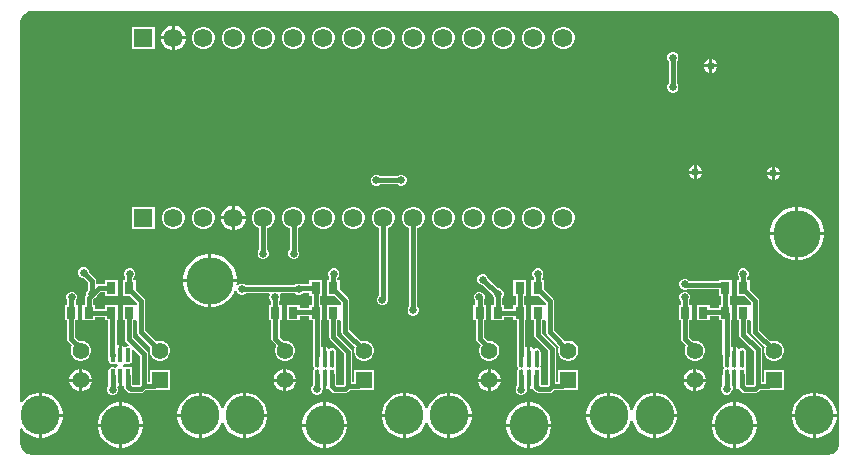
<source format=gbr>
%TF.GenerationSoftware,Altium Limited,Altium Designer,25.6.2 (33)*%
G04 Layer_Physical_Order=2*
G04 Layer_Color=16711680*
%FSLAX45Y45*%
%MOMM*%
%TF.SameCoordinates,85768DE1-254B-4F2A-BBB9-FB77CA5A1332*%
%TF.FilePolarity,Positive*%
%TF.FileFunction,Copper,L2,Bot,Signal*%
%TF.Part,Single*%
G01*
G75*
%TA.AperFunction,Conductor*%
%ADD13C,0.38100*%
%TA.AperFunction,ComponentPad*%
%ADD14C,1.59000*%
%TA.AperFunction,ViaPad*%
%ADD15C,4.00000*%
%TA.AperFunction,ComponentPad*%
%ADD16C,1.39800*%
%ADD17C,3.30600*%
%ADD18R,1.59000X1.59000*%
%ADD19R,1.39800X1.39800*%
%TA.AperFunction,ViaPad*%
%ADD20C,0.63500*%
%TA.AperFunction,SMDPad,CuDef*%
%ADD21R,0.80000X1.00000*%
G04:AMPARAMS|DCode=22|XSize=1.46387mm|YSize=0.37583mm|CornerRadius=0.18791mm|HoleSize=0mm|Usage=FLASHONLY|Rotation=90.000|XOffset=0mm|YOffset=0mm|HoleType=Round|Shape=RoundedRectangle|*
%AMROUNDEDRECTD22*
21,1,1.46387,0.00000,0,0,90.0*
21,1,1.08804,0.37583,0,0,90.0*
1,1,0.37583,0.00000,0.54402*
1,1,0.37583,0.00000,-0.54402*
1,1,0.37583,0.00000,-0.54402*
1,1,0.37583,0.00000,0.54402*
%
%ADD22ROUNDEDRECTD22*%
G04:AMPARAMS|DCode=23|XSize=1.2mm|YSize=0.37583mm|CornerRadius=0.18791mm|HoleSize=0mm|Usage=FLASHONLY|Rotation=90.000|XOffset=0mm|YOffset=0mm|HoleType=Round|Shape=RoundedRectangle|*
%AMROUNDEDRECTD23*
21,1,1.20000,0.00000,0,0,90.0*
21,1,0.82417,0.37583,0,0,90.0*
1,1,0.37583,0.00000,0.41209*
1,1,0.37583,0.00000,-0.41209*
1,1,0.37583,0.00000,-0.41209*
1,1,0.37583,0.00000,0.41209*
%
%ADD23ROUNDEDRECTD23*%
%ADD24R,0.37583X1.46387*%
G04:AMPARAMS|DCode=25|XSize=1.2mm|YSize=0.37mm|CornerRadius=0.185mm|HoleSize=0mm|Usage=FLASHONLY|Rotation=90.000|XOffset=0mm|YOffset=0mm|HoleType=Round|Shape=RoundedRectangle|*
%AMROUNDEDRECTD25*
21,1,1.20000,0.00000,0,0,90.0*
21,1,0.83000,0.37000,0,0,90.0*
1,1,0.37000,0.00000,0.41500*
1,1,0.37000,0.00000,-0.41500*
1,1,0.37000,0.00000,-0.41500*
1,1,0.37000,0.00000,0.41500*
%
%ADD25ROUNDEDRECTD25*%
%ADD26R,0.37583X1.20000*%
G36*
X6858000Y3784103D02*
X6867958D01*
X6887491Y3780218D01*
X6905891Y3772596D01*
X6922449Y3761532D01*
X6936532Y3747449D01*
X6947596Y3730890D01*
X6955218Y3712491D01*
X6959103Y3692957D01*
X6959103Y3683000D01*
X6959103Y127000D01*
X6959103Y117042D01*
X6955218Y97510D01*
X6947596Y79109D01*
X6936532Y62550D01*
X6922449Y48467D01*
X6905891Y37403D01*
X6887491Y29782D01*
X6867958Y25896D01*
X117042D01*
X97509Y29782D01*
X79109Y37403D01*
X62550Y48468D01*
X48467Y62550D01*
X37403Y79109D01*
X29781Y97509D01*
X25896Y117042D01*
Y246459D01*
X38049Y250146D01*
X45874Y238436D01*
X72436Y211874D01*
X103670Y191004D01*
X138375Y176629D01*
X175218Y169300D01*
X181300D01*
Y360000D01*
Y550700D01*
X175218D01*
X138375Y543372D01*
X103670Y528996D01*
X72436Y508126D01*
X45874Y481564D01*
X38049Y469854D01*
X25896Y473541D01*
X25896Y1651000D01*
X25892Y3682995D01*
X25892Y3692953D01*
X29777Y3712487D01*
X37399Y3730887D01*
X48464Y3747448D01*
X62547Y3761531D01*
X79108Y3772596D01*
X97507Y3780218D01*
X117042Y3784103D01*
X127001Y3784104D01*
X6858000Y3784103D01*
D02*
G37*
%LPC*%
G36*
X1334610Y3660900D02*
X1333500D01*
Y3568700D01*
X1425700D01*
Y3569810D01*
X1418551Y3596490D01*
X1404741Y3620410D01*
X1385210Y3639941D01*
X1361290Y3653751D01*
X1334610Y3660900D01*
D02*
G37*
G36*
X1308100D02*
X1306990D01*
X1280310Y3653751D01*
X1256390Y3639941D01*
X1236859Y3620410D01*
X1223049Y3596490D01*
X1215900Y3569810D01*
Y3568700D01*
X1308100D01*
Y3660900D01*
D02*
G37*
G36*
X4635241Y3650500D02*
X4610359D01*
X4586324Y3644060D01*
X4564776Y3631619D01*
X4547181Y3614024D01*
X4534740Y3592476D01*
X4528300Y3568441D01*
Y3543559D01*
X4534740Y3519524D01*
X4547181Y3497976D01*
X4564776Y3480381D01*
X4586324Y3467940D01*
X4610359Y3461500D01*
X4635241D01*
X4659276Y3467940D01*
X4680824Y3480381D01*
X4698419Y3497976D01*
X4710860Y3519524D01*
X4717300Y3543559D01*
Y3568441D01*
X4710860Y3592476D01*
X4698419Y3614024D01*
X4680824Y3631619D01*
X4659276Y3644060D01*
X4635241Y3650500D01*
D02*
G37*
G36*
X4381241D02*
X4356359D01*
X4332324Y3644060D01*
X4310776Y3631619D01*
X4293181Y3614024D01*
X4280740Y3592476D01*
X4274300Y3568441D01*
Y3543559D01*
X4280740Y3519524D01*
X4293181Y3497976D01*
X4310776Y3480381D01*
X4332324Y3467940D01*
X4356359Y3461500D01*
X4381241D01*
X4405276Y3467940D01*
X4426824Y3480381D01*
X4444419Y3497976D01*
X4456860Y3519524D01*
X4463300Y3543559D01*
Y3568441D01*
X4456860Y3592476D01*
X4444419Y3614024D01*
X4426824Y3631619D01*
X4405276Y3644060D01*
X4381241Y3650500D01*
D02*
G37*
G36*
X4127241D02*
X4102359D01*
X4078324Y3644060D01*
X4056776Y3631619D01*
X4039181Y3614024D01*
X4026740Y3592476D01*
X4020300Y3568441D01*
Y3543559D01*
X4026740Y3519524D01*
X4039181Y3497976D01*
X4056776Y3480381D01*
X4078324Y3467940D01*
X4102359Y3461500D01*
X4127241D01*
X4151276Y3467940D01*
X4172824Y3480381D01*
X4190419Y3497976D01*
X4202860Y3519524D01*
X4209300Y3543559D01*
Y3568441D01*
X4202860Y3592476D01*
X4190419Y3614024D01*
X4172824Y3631619D01*
X4151276Y3644060D01*
X4127241Y3650500D01*
D02*
G37*
G36*
X3873241D02*
X3848359D01*
X3824324Y3644060D01*
X3802776Y3631619D01*
X3785181Y3614024D01*
X3772740Y3592476D01*
X3766300Y3568441D01*
Y3543559D01*
X3772740Y3519524D01*
X3785181Y3497976D01*
X3802776Y3480381D01*
X3824324Y3467940D01*
X3848359Y3461500D01*
X3873241D01*
X3897276Y3467940D01*
X3918824Y3480381D01*
X3936419Y3497976D01*
X3948860Y3519524D01*
X3955300Y3543559D01*
Y3568441D01*
X3948860Y3592476D01*
X3936419Y3614024D01*
X3918824Y3631619D01*
X3897276Y3644060D01*
X3873241Y3650500D01*
D02*
G37*
G36*
X3619241D02*
X3594359D01*
X3570324Y3644060D01*
X3548776Y3631619D01*
X3531181Y3614024D01*
X3518740Y3592476D01*
X3512300Y3568441D01*
Y3543559D01*
X3518740Y3519524D01*
X3531181Y3497976D01*
X3548776Y3480381D01*
X3570324Y3467940D01*
X3594359Y3461500D01*
X3619241D01*
X3643276Y3467940D01*
X3664824Y3480381D01*
X3682419Y3497976D01*
X3694860Y3519524D01*
X3701300Y3543559D01*
Y3568441D01*
X3694860Y3592476D01*
X3682419Y3614024D01*
X3664824Y3631619D01*
X3643276Y3644060D01*
X3619241Y3650500D01*
D02*
G37*
G36*
X3365241D02*
X3340359D01*
X3316324Y3644060D01*
X3294776Y3631619D01*
X3277181Y3614024D01*
X3264740Y3592476D01*
X3258300Y3568441D01*
Y3543559D01*
X3264740Y3519524D01*
X3277181Y3497976D01*
X3294776Y3480381D01*
X3316324Y3467940D01*
X3340359Y3461500D01*
X3365241D01*
X3389276Y3467940D01*
X3410824Y3480381D01*
X3428419Y3497976D01*
X3440860Y3519524D01*
X3447300Y3543559D01*
Y3568441D01*
X3440860Y3592476D01*
X3428419Y3614024D01*
X3410824Y3631619D01*
X3389276Y3644060D01*
X3365241Y3650500D01*
D02*
G37*
G36*
X3111241D02*
X3086359D01*
X3062324Y3644060D01*
X3040776Y3631619D01*
X3023181Y3614024D01*
X3010740Y3592476D01*
X3004300Y3568441D01*
Y3543559D01*
X3010740Y3519524D01*
X3023181Y3497976D01*
X3040776Y3480381D01*
X3062324Y3467940D01*
X3086359Y3461500D01*
X3111241D01*
X3135276Y3467940D01*
X3156824Y3480381D01*
X3174419Y3497976D01*
X3186860Y3519524D01*
X3193300Y3543559D01*
Y3568441D01*
X3186860Y3592476D01*
X3174419Y3614024D01*
X3156824Y3631619D01*
X3135276Y3644060D01*
X3111241Y3650500D01*
D02*
G37*
G36*
X2857241D02*
X2832359D01*
X2808324Y3644060D01*
X2786776Y3631619D01*
X2769181Y3614024D01*
X2756740Y3592476D01*
X2750300Y3568441D01*
Y3543559D01*
X2756740Y3519524D01*
X2769181Y3497976D01*
X2786776Y3480381D01*
X2808324Y3467940D01*
X2832359Y3461500D01*
X2857241D01*
X2881276Y3467940D01*
X2902824Y3480381D01*
X2920419Y3497976D01*
X2932860Y3519524D01*
X2939300Y3543559D01*
Y3568441D01*
X2932860Y3592476D01*
X2920419Y3614024D01*
X2902824Y3631619D01*
X2881276Y3644060D01*
X2857241Y3650500D01*
D02*
G37*
G36*
X2603241D02*
X2578359D01*
X2554324Y3644060D01*
X2532776Y3631619D01*
X2515181Y3614024D01*
X2502740Y3592476D01*
X2496300Y3568441D01*
Y3543559D01*
X2502740Y3519524D01*
X2515181Y3497976D01*
X2532776Y3480381D01*
X2554324Y3467940D01*
X2578359Y3461500D01*
X2603241D01*
X2627276Y3467940D01*
X2648824Y3480381D01*
X2666419Y3497976D01*
X2678860Y3519524D01*
X2685300Y3543559D01*
Y3568441D01*
X2678860Y3592476D01*
X2666419Y3614024D01*
X2648824Y3631619D01*
X2627276Y3644060D01*
X2603241Y3650500D01*
D02*
G37*
G36*
X2349241D02*
X2324359D01*
X2300324Y3644060D01*
X2278776Y3631619D01*
X2261181Y3614024D01*
X2248740Y3592476D01*
X2242300Y3568441D01*
Y3543559D01*
X2248740Y3519524D01*
X2261181Y3497976D01*
X2278776Y3480381D01*
X2300324Y3467940D01*
X2324359Y3461500D01*
X2349241D01*
X2373276Y3467940D01*
X2394824Y3480381D01*
X2412419Y3497976D01*
X2424860Y3519524D01*
X2431300Y3543559D01*
Y3568441D01*
X2424860Y3592476D01*
X2412419Y3614024D01*
X2394824Y3631619D01*
X2373276Y3644060D01*
X2349241Y3650500D01*
D02*
G37*
G36*
X2095241D02*
X2070359D01*
X2046324Y3644060D01*
X2024776Y3631619D01*
X2007181Y3614024D01*
X1994740Y3592476D01*
X1988300Y3568441D01*
Y3543559D01*
X1994740Y3519524D01*
X2007181Y3497976D01*
X2024776Y3480381D01*
X2046324Y3467940D01*
X2070359Y3461500D01*
X2095241D01*
X2119276Y3467940D01*
X2140824Y3480381D01*
X2158419Y3497976D01*
X2170860Y3519524D01*
X2177300Y3543559D01*
Y3568441D01*
X2170860Y3592476D01*
X2158419Y3614024D01*
X2140824Y3631619D01*
X2119276Y3644060D01*
X2095241Y3650500D01*
D02*
G37*
G36*
X1841241D02*
X1816359D01*
X1792324Y3644060D01*
X1770776Y3631619D01*
X1753181Y3614024D01*
X1740740Y3592476D01*
X1734300Y3568441D01*
Y3543559D01*
X1740740Y3519524D01*
X1753181Y3497976D01*
X1770776Y3480381D01*
X1792324Y3467940D01*
X1816359Y3461500D01*
X1841241D01*
X1865276Y3467940D01*
X1886824Y3480381D01*
X1904419Y3497976D01*
X1916860Y3519524D01*
X1923300Y3543559D01*
Y3568441D01*
X1916860Y3592476D01*
X1904419Y3614024D01*
X1886824Y3631619D01*
X1865276Y3644060D01*
X1841241Y3650500D01*
D02*
G37*
G36*
X1587241D02*
X1562359D01*
X1538324Y3644060D01*
X1516776Y3631619D01*
X1499181Y3614024D01*
X1486740Y3592476D01*
X1480300Y3568441D01*
Y3543559D01*
X1486740Y3519524D01*
X1499181Y3497976D01*
X1516776Y3480381D01*
X1538324Y3467940D01*
X1562359Y3461500D01*
X1587241D01*
X1611276Y3467940D01*
X1632824Y3480381D01*
X1650419Y3497976D01*
X1662860Y3519524D01*
X1669300Y3543559D01*
Y3568441D01*
X1662860Y3592476D01*
X1650419Y3614024D01*
X1632824Y3631619D01*
X1611276Y3644060D01*
X1587241Y3650500D01*
D02*
G37*
G36*
X1161300D02*
X972300D01*
Y3461500D01*
X1161300D01*
Y3650500D01*
D02*
G37*
G36*
X1425700Y3543300D02*
X1333500D01*
Y3451100D01*
X1334610D01*
X1361290Y3458249D01*
X1385210Y3472059D01*
X1404741Y3491590D01*
X1418551Y3515510D01*
X1425700Y3542190D01*
Y3543300D01*
D02*
G37*
G36*
X1308100D02*
X1215900D01*
Y3542190D01*
X1223049Y3515510D01*
X1236859Y3491590D01*
X1256390Y3472059D01*
X1280310Y3458249D01*
X1306990Y3451100D01*
X1308100D01*
Y3543300D01*
D02*
G37*
G36*
X5882700Y3376598D02*
Y3332700D01*
X5926598D01*
X5918449Y3352373D01*
X5902373Y3368449D01*
X5882700Y3376598D01*
D02*
G37*
G36*
X5857300D02*
X5837627Y3368449D01*
X5821550Y3352373D01*
X5813402Y3332700D01*
X5857300D01*
Y3376598D01*
D02*
G37*
G36*
X5926598Y3307300D02*
X5882700D01*
Y3263402D01*
X5902373Y3271550D01*
X5918449Y3287627D01*
X5926598Y3307300D01*
D02*
G37*
G36*
X5857300D02*
X5813402D01*
X5821550Y3287627D01*
X5837627Y3271550D01*
X5857300Y3263402D01*
Y3307300D01*
D02*
G37*
G36*
X5559299Y3436750D02*
X5540701D01*
X5523518Y3429633D01*
X5510367Y3416482D01*
X5503250Y3399299D01*
Y3380701D01*
X5510367Y3363518D01*
X5515283Y3358603D01*
Y3171398D01*
X5510367Y3166482D01*
X5503250Y3149299D01*
Y3130701D01*
X5510367Y3113518D01*
X5523518Y3100367D01*
X5540701Y3093250D01*
X5559299D01*
X5576482Y3100367D01*
X5589633Y3113518D01*
X5596750Y3130701D01*
Y3149299D01*
X5589633Y3166482D01*
X5584717Y3171398D01*
Y3358603D01*
X5589633Y3363518D01*
X5596750Y3380701D01*
Y3399299D01*
X5589633Y3416482D01*
X5576482Y3429633D01*
X5559299Y3436750D01*
D02*
G37*
G36*
X5752700Y2476598D02*
Y2432700D01*
X5796598D01*
X5788449Y2452373D01*
X5772373Y2468449D01*
X5752700Y2476598D01*
D02*
G37*
G36*
X5727300D02*
X5707627Y2468449D01*
X5691550Y2452373D01*
X5683402Y2432700D01*
X5727300D01*
Y2476598D01*
D02*
G37*
G36*
X6412700Y2466598D02*
Y2422700D01*
X6456598D01*
X6448449Y2442373D01*
X6432373Y2458449D01*
X6412700Y2466598D01*
D02*
G37*
G36*
X6387300D02*
X6367627Y2458449D01*
X6351550Y2442373D01*
X6343402Y2422700D01*
X6387300D01*
Y2466598D01*
D02*
G37*
G36*
X3259299Y2396750D02*
X3240701D01*
X3223518Y2389633D01*
X3218603Y2384717D01*
X3071397D01*
X3066482Y2389633D01*
X3049299Y2396750D01*
X3030701D01*
X3013518Y2389633D01*
X3000367Y2376482D01*
X2993250Y2359299D01*
Y2340701D01*
X3000367Y2323518D01*
X3013518Y2310367D01*
X3030701Y2303250D01*
X3049299D01*
X3066482Y2310367D01*
X3071397Y2315283D01*
X3218603D01*
X3223518Y2310367D01*
X3240701Y2303250D01*
X3259299D01*
X3276482Y2310367D01*
X3289633Y2323518D01*
X3296750Y2340701D01*
Y2359299D01*
X3289633Y2376482D01*
X3276482Y2389633D01*
X3259299Y2396750D01*
D02*
G37*
G36*
X5796598Y2407300D02*
X5752700D01*
Y2363402D01*
X5772373Y2371551D01*
X5788449Y2387627D01*
X5796598Y2407300D01*
D02*
G37*
G36*
X5727300D02*
X5683402D01*
X5691550Y2387627D01*
X5707627Y2371551D01*
X5727300Y2363402D01*
Y2407300D01*
D02*
G37*
G36*
X6456598Y2397300D02*
X6412700D01*
Y2353402D01*
X6432373Y2361551D01*
X6448449Y2377627D01*
X6456598Y2397300D01*
D02*
G37*
G36*
X6387300D02*
X6343402D01*
X6351550Y2377627D01*
X6367627Y2361551D01*
X6387300Y2353402D01*
Y2397300D01*
D02*
G37*
G36*
X1842610Y2136900D02*
X1841500D01*
Y2044700D01*
X1933700D01*
Y2045810D01*
X1926551Y2072490D01*
X1912741Y2096410D01*
X1893210Y2115941D01*
X1869290Y2129751D01*
X1842610Y2136900D01*
D02*
G37*
G36*
X1816100D02*
X1814990D01*
X1788310Y2129751D01*
X1764390Y2115941D01*
X1744859Y2096410D01*
X1731049Y2072490D01*
X1723900Y2045810D01*
Y2044700D01*
X1816100D01*
Y2136900D01*
D02*
G37*
G36*
X4635241Y2126500D02*
X4610359D01*
X4586324Y2120060D01*
X4564776Y2107619D01*
X4547181Y2090024D01*
X4534740Y2068476D01*
X4528300Y2044441D01*
Y2019559D01*
X4534740Y1995524D01*
X4547181Y1973976D01*
X4564776Y1956381D01*
X4586324Y1943940D01*
X4610359Y1937500D01*
X4635241D01*
X4659276Y1943940D01*
X4680824Y1956381D01*
X4698419Y1973976D01*
X4710860Y1995524D01*
X4717300Y2019559D01*
Y2044441D01*
X4710860Y2068476D01*
X4698419Y2090024D01*
X4680824Y2107619D01*
X4659276Y2120060D01*
X4635241Y2126500D01*
D02*
G37*
G36*
X4381241D02*
X4356359D01*
X4332324Y2120060D01*
X4310776Y2107619D01*
X4293181Y2090024D01*
X4280740Y2068476D01*
X4274300Y2044441D01*
Y2019559D01*
X4280740Y1995524D01*
X4293181Y1973976D01*
X4310776Y1956381D01*
X4332324Y1943940D01*
X4356359Y1937500D01*
X4381241D01*
X4405276Y1943940D01*
X4426824Y1956381D01*
X4444419Y1973976D01*
X4456860Y1995524D01*
X4463300Y2019559D01*
Y2044441D01*
X4456860Y2068476D01*
X4444419Y2090024D01*
X4426824Y2107619D01*
X4405276Y2120060D01*
X4381241Y2126500D01*
D02*
G37*
G36*
X4127241D02*
X4102359D01*
X4078324Y2120060D01*
X4056776Y2107619D01*
X4039181Y2090024D01*
X4026740Y2068476D01*
X4020300Y2044441D01*
Y2019559D01*
X4026740Y1995524D01*
X4039181Y1973976D01*
X4056776Y1956381D01*
X4078324Y1943940D01*
X4102359Y1937500D01*
X4127241D01*
X4151276Y1943940D01*
X4172824Y1956381D01*
X4190419Y1973976D01*
X4202860Y1995524D01*
X4209300Y2019559D01*
Y2044441D01*
X4202860Y2068476D01*
X4190419Y2090024D01*
X4172824Y2107619D01*
X4151276Y2120060D01*
X4127241Y2126500D01*
D02*
G37*
G36*
X3873241D02*
X3848359D01*
X3824324Y2120060D01*
X3802776Y2107619D01*
X3785181Y2090024D01*
X3772740Y2068476D01*
X3766300Y2044441D01*
Y2019559D01*
X3772740Y1995524D01*
X3785181Y1973976D01*
X3802776Y1956381D01*
X3824324Y1943940D01*
X3848359Y1937500D01*
X3873241D01*
X3897276Y1943940D01*
X3918824Y1956381D01*
X3936419Y1973976D01*
X3948860Y1995524D01*
X3955300Y2019559D01*
Y2044441D01*
X3948860Y2068476D01*
X3936419Y2090024D01*
X3918824Y2107619D01*
X3897276Y2120060D01*
X3873241Y2126500D01*
D02*
G37*
G36*
X3619241D02*
X3594359D01*
X3570324Y2120060D01*
X3548776Y2107619D01*
X3531181Y2090024D01*
X3518740Y2068476D01*
X3512300Y2044441D01*
Y2019559D01*
X3518740Y1995524D01*
X3531181Y1973976D01*
X3548776Y1956381D01*
X3570324Y1943940D01*
X3594359Y1937500D01*
X3619241D01*
X3643276Y1943940D01*
X3664824Y1956381D01*
X3682419Y1973976D01*
X3694860Y1995524D01*
X3701300Y2019559D01*
Y2044441D01*
X3694860Y2068476D01*
X3682419Y2090024D01*
X3664824Y2107619D01*
X3643276Y2120060D01*
X3619241Y2126500D01*
D02*
G37*
G36*
X2857241D02*
X2832359D01*
X2808324Y2120060D01*
X2786776Y2107619D01*
X2769181Y2090024D01*
X2756740Y2068476D01*
X2750300Y2044441D01*
Y2019559D01*
X2756740Y1995524D01*
X2769181Y1973976D01*
X2786776Y1956381D01*
X2808324Y1943940D01*
X2832359Y1937500D01*
X2857241D01*
X2881276Y1943940D01*
X2902824Y1956381D01*
X2920419Y1973976D01*
X2932860Y1995524D01*
X2939300Y2019559D01*
Y2044441D01*
X2932860Y2068476D01*
X2920419Y2090024D01*
X2902824Y2107619D01*
X2881276Y2120060D01*
X2857241Y2126500D01*
D02*
G37*
G36*
X2603241D02*
X2578359D01*
X2554324Y2120060D01*
X2532776Y2107619D01*
X2515181Y2090024D01*
X2502740Y2068476D01*
X2496300Y2044441D01*
Y2019559D01*
X2502740Y1995524D01*
X2515181Y1973976D01*
X2532776Y1956381D01*
X2554324Y1943940D01*
X2578359Y1937500D01*
X2603241D01*
X2627276Y1943940D01*
X2648824Y1956381D01*
X2666419Y1973976D01*
X2678860Y1995524D01*
X2685300Y2019559D01*
Y2044441D01*
X2678860Y2068476D01*
X2666419Y2090024D01*
X2648824Y2107619D01*
X2627276Y2120060D01*
X2603241Y2126500D01*
D02*
G37*
G36*
X1587241D02*
X1562359D01*
X1538324Y2120060D01*
X1516776Y2107619D01*
X1499181Y2090024D01*
X1486740Y2068476D01*
X1480300Y2044441D01*
Y2019559D01*
X1486740Y1995524D01*
X1499181Y1973976D01*
X1516776Y1956381D01*
X1538324Y1943940D01*
X1562359Y1937500D01*
X1587241D01*
X1611276Y1943940D01*
X1632824Y1956381D01*
X1650419Y1973976D01*
X1662860Y1995524D01*
X1669300Y2019559D01*
Y2044441D01*
X1662860Y2068476D01*
X1650419Y2090024D01*
X1632824Y2107619D01*
X1611276Y2120060D01*
X1587241Y2126500D01*
D02*
G37*
G36*
X1333241D02*
X1308359D01*
X1284324Y2120060D01*
X1262776Y2107619D01*
X1245181Y2090024D01*
X1232740Y2068476D01*
X1226300Y2044441D01*
Y2019559D01*
X1232740Y1995524D01*
X1245181Y1973976D01*
X1262776Y1956381D01*
X1284324Y1943940D01*
X1308359Y1937500D01*
X1333241D01*
X1357276Y1943940D01*
X1378824Y1956381D01*
X1396419Y1973976D01*
X1408860Y1995524D01*
X1415300Y2019559D01*
Y2044441D01*
X1408860Y2068476D01*
X1396419Y2090024D01*
X1378824Y2107619D01*
X1357276Y2120060D01*
X1333241Y2126500D01*
D02*
G37*
G36*
X1161300D02*
X972300D01*
Y1937500D01*
X1161300D01*
Y2126500D01*
D02*
G37*
G36*
X1933700Y2019300D02*
X1841500D01*
Y1927100D01*
X1842610D01*
X1869290Y1934249D01*
X1893210Y1948059D01*
X1912741Y1967590D01*
X1926551Y1991510D01*
X1933700Y2018190D01*
Y2019300D01*
D02*
G37*
G36*
X1816100D02*
X1723900D01*
Y2018190D01*
X1731049Y1991510D01*
X1744859Y1967590D01*
X1764390Y1948059D01*
X1788310Y1934249D01*
X1814990Y1927100D01*
X1816100D01*
Y2019300D01*
D02*
G37*
G36*
X6622200Y2125400D02*
X6612700D01*
Y1912700D01*
X6825400D01*
Y1922200D01*
X6816738Y1965747D01*
X6799747Y2006767D01*
X6775080Y2043684D01*
X6743684Y2075080D01*
X6706767Y2099747D01*
X6665747Y2116738D01*
X6622200Y2125400D01*
D02*
G37*
G36*
X6587300D02*
X6577800D01*
X6534253Y2116738D01*
X6493233Y2099747D01*
X6456316Y2075080D01*
X6424920Y2043684D01*
X6400253Y2006767D01*
X6383262Y1965747D01*
X6374600Y1922200D01*
Y1912700D01*
X6587300D01*
Y2125400D01*
D02*
G37*
G36*
X2349241Y2126500D02*
X2324359D01*
X2300324Y2120060D01*
X2278776Y2107619D01*
X2261181Y2090024D01*
X2248740Y2068476D01*
X2242300Y2044441D01*
Y2019559D01*
X2248740Y1995524D01*
X2261181Y1973976D01*
X2278776Y1956381D01*
X2300324Y1943940D01*
X2303683Y1943040D01*
Y1759798D01*
X2300367Y1756482D01*
X2293250Y1739299D01*
Y1720701D01*
X2300367Y1703518D01*
X2313518Y1690367D01*
X2330701Y1683250D01*
X2349299D01*
X2366482Y1690367D01*
X2379633Y1703518D01*
X2386750Y1720701D01*
Y1739299D01*
X2379633Y1756482D01*
X2373117Y1762997D01*
Y1943898D01*
X2373276Y1943940D01*
X2394824Y1956381D01*
X2412419Y1973976D01*
X2424860Y1995524D01*
X2431300Y2019559D01*
Y2044441D01*
X2424860Y2068476D01*
X2412419Y2090024D01*
X2394824Y2107619D01*
X2373276Y2120060D01*
X2349241Y2126500D01*
D02*
G37*
G36*
X2095241D02*
X2070359D01*
X2046324Y2120060D01*
X2024776Y2107619D01*
X2007181Y2090024D01*
X1994740Y2068476D01*
X1988300Y2044441D01*
Y2019559D01*
X1994740Y1995524D01*
X2007181Y1973976D01*
X2024776Y1956381D01*
X2046324Y1943940D01*
X2046683Y1943844D01*
Y1762798D01*
X2040367Y1756482D01*
X2033250Y1739299D01*
Y1720701D01*
X2040367Y1703518D01*
X2053518Y1690367D01*
X2070701Y1683250D01*
X2089299D01*
X2106482Y1690367D01*
X2119633Y1703518D01*
X2126750Y1720701D01*
Y1739299D01*
X2119633Y1756482D01*
X2116117Y1759997D01*
Y1943094D01*
X2119276Y1943940D01*
X2140824Y1956381D01*
X2158419Y1973976D01*
X2170860Y1995524D01*
X2177300Y2019559D01*
Y2044441D01*
X2170860Y2068476D01*
X2158419Y2090024D01*
X2140824Y2107619D01*
X2119276Y2120060D01*
X2095241Y2126500D01*
D02*
G37*
G36*
X6825400Y1887300D02*
X6612700D01*
Y1674600D01*
X6622200D01*
X6665747Y1683262D01*
X6706767Y1700253D01*
X6743684Y1724920D01*
X6775080Y1756316D01*
X6799747Y1793233D01*
X6816738Y1834253D01*
X6825400Y1877800D01*
Y1887300D01*
D02*
G37*
G36*
X6587300D02*
X6374600D01*
Y1877800D01*
X6383262Y1834253D01*
X6400253Y1793233D01*
X6424920Y1756316D01*
X6456316Y1724920D01*
X6493233Y1700253D01*
X6534253Y1683262D01*
X6577800Y1674600D01*
X6587300D01*
Y1887300D01*
D02*
G37*
G36*
X1652200Y1725400D02*
X1642700D01*
Y1512700D01*
X1855400D01*
Y1522200D01*
X1846738Y1565747D01*
X1829747Y1606767D01*
X1805080Y1643684D01*
X1773684Y1675080D01*
X1736767Y1699747D01*
X1695747Y1716738D01*
X1652200Y1725400D01*
D02*
G37*
G36*
X1617300D02*
X1607800D01*
X1564253Y1716738D01*
X1523233Y1699747D01*
X1486316Y1675080D01*
X1454920Y1643684D01*
X1430253Y1606767D01*
X1413262Y1565747D01*
X1404600Y1522200D01*
Y1512700D01*
X1617300D01*
Y1725400D01*
D02*
G37*
G36*
X3111241Y2126500D02*
X3086359D01*
X3062324Y2120060D01*
X3040776Y2107619D01*
X3023181Y2090024D01*
X3010740Y2068476D01*
X3004300Y2044441D01*
Y2019559D01*
X3010740Y1995524D01*
X3023181Y1973976D01*
X3040776Y1956381D01*
X3062324Y1943940D01*
X3064083Y1943469D01*
Y1379867D01*
X3063518Y1379633D01*
X3050367Y1366482D01*
X3043250Y1349299D01*
Y1330701D01*
X3050367Y1313518D01*
X3063518Y1300367D01*
X3080701Y1293250D01*
X3099299D01*
X3116482Y1300367D01*
X3129633Y1313518D01*
X3136750Y1330701D01*
Y1349299D01*
X3133517Y1357104D01*
Y1943469D01*
X3135276Y1943940D01*
X3156824Y1956381D01*
X3174419Y1973976D01*
X3186860Y1995524D01*
X3193300Y2019559D01*
Y2044441D01*
X3186860Y2068476D01*
X3174419Y2090024D01*
X3156824Y2107619D01*
X3135276Y2120060D01*
X3111241Y2126500D01*
D02*
G37*
G36*
X1617300Y1487300D02*
X1404600D01*
Y1477800D01*
X1413262Y1434253D01*
X1430253Y1393233D01*
X1454920Y1356316D01*
X1486316Y1324920D01*
X1523233Y1300253D01*
X1564253Y1283262D01*
X1607800Y1274600D01*
X1617300D01*
Y1487300D01*
D02*
G37*
G36*
X3365241Y2126500D02*
X3340359D01*
X3316324Y2120060D01*
X3294776Y2107619D01*
X3277181Y2090024D01*
X3264740Y2068476D01*
X3258300Y2044441D01*
Y2019559D01*
X3264740Y1995524D01*
X3277181Y1973976D01*
X3294776Y1956381D01*
X3316324Y1943940D01*
X3316683Y1943844D01*
Y1282798D01*
X3310367Y1276482D01*
X3303250Y1259299D01*
Y1240701D01*
X3310367Y1223518D01*
X3323518Y1210367D01*
X3340701Y1203250D01*
X3359299D01*
X3376482Y1210367D01*
X3389633Y1223518D01*
X3396750Y1240701D01*
Y1259299D01*
X3389633Y1276482D01*
X3386117Y1279997D01*
Y1943094D01*
X3389276Y1943940D01*
X3410824Y1956381D01*
X3428419Y1973976D01*
X3440860Y1995524D01*
X3447300Y2019559D01*
Y2044441D01*
X3440860Y2068476D01*
X3428419Y2090024D01*
X3410824Y2107619D01*
X3389276Y2120060D01*
X3365241Y2126500D01*
D02*
G37*
G36*
X5659299Y1406750D02*
X5640701D01*
X5623518Y1399633D01*
X5610367Y1386482D01*
X5603250Y1369299D01*
Y1350701D01*
X5610367Y1333518D01*
X5617783Y1326103D01*
Y1295000D01*
X5600000D01*
Y1165000D01*
X5619663D01*
Y1011215D01*
X5622305Y997930D01*
X5629831Y986667D01*
X5662782Y953716D01*
X5655886Y941770D01*
X5650100Y920177D01*
Y897823D01*
X5655886Y876230D01*
X5667063Y856870D01*
X5682870Y841063D01*
X5702230Y829886D01*
X5723823Y824100D01*
X5746177D01*
X5767770Y829886D01*
X5787130Y841063D01*
X5802937Y856870D01*
X5814114Y876230D01*
X5819900Y897823D01*
Y920177D01*
X5814114Y941770D01*
X5802937Y961130D01*
X5787130Y976937D01*
X5767770Y988114D01*
X5746177Y993900D01*
X5723823D01*
X5721433Y993260D01*
X5689097Y1025596D01*
Y1165000D01*
X5710000D01*
Y1295000D01*
X5687217D01*
Y1331102D01*
X5689633Y1333518D01*
X5696750Y1350701D01*
Y1369299D01*
X5689633Y1386482D01*
X5676482Y1399633D01*
X5659299Y1406750D01*
D02*
G37*
G36*
X3919299D02*
X3900701D01*
X3883518Y1399633D01*
X3870367Y1386482D01*
X3863250Y1369299D01*
Y1350701D01*
X3870367Y1333518D01*
X3877783Y1326103D01*
Y1295000D01*
X3860000D01*
Y1165000D01*
X3879763D01*
Y1008675D01*
X3882405Y995390D01*
X3889931Y984127D01*
X3921889Y952169D01*
X3915886Y941770D01*
X3910100Y920177D01*
Y897823D01*
X3915886Y876230D01*
X3927063Y856870D01*
X3942870Y841063D01*
X3962230Y829886D01*
X3983823Y824100D01*
X4006177D01*
X4027770Y829886D01*
X4047130Y841063D01*
X4062937Y856870D01*
X4074114Y876230D01*
X4079900Y897823D01*
Y920177D01*
X4074114Y941770D01*
X4062937Y961130D01*
X4047130Y976937D01*
X4027770Y988114D01*
X4006177Y993900D01*
X3983823D01*
X3979508Y992744D01*
X3949197Y1023056D01*
Y1165000D01*
X3970000D01*
Y1295000D01*
X3947217D01*
Y1331102D01*
X3949633Y1333518D01*
X3956750Y1350701D01*
Y1369299D01*
X3949633Y1386482D01*
X3936482Y1399633D01*
X3919299Y1406750D01*
D02*
G37*
G36*
X569299Y1616750D02*
X550701D01*
X533518Y1609633D01*
X520367Y1596482D01*
X513250Y1579299D01*
Y1560701D01*
X520367Y1543518D01*
X533518Y1530367D01*
X550701Y1523250D01*
X557653D01*
X595283Y1485620D01*
Y1421397D01*
X590367Y1416482D01*
X583250Y1399299D01*
Y1385474D01*
X580451Y1382675D01*
X572925Y1371412D01*
X570283Y1358127D01*
Y1295000D01*
X550000D01*
Y1165000D01*
X660000D01*
Y1195283D01*
X740000D01*
Y1165000D01*
X770025D01*
Y870798D01*
X770547Y868174D01*
Y829332D01*
X773169Y816147D01*
X780638Y804969D01*
X791815Y797501D01*
X805000Y794878D01*
X818185Y797501D01*
X829362Y804969D01*
X837793Y797862D01*
X838139Y797473D01*
X838140Y797471D01*
X848430Y790596D01*
X848565Y790244D01*
Y776836D01*
X848430Y776484D01*
X838140Y769609D01*
X838139Y769607D01*
X837793Y769218D01*
X829362Y762110D01*
X818185Y769579D01*
X805000Y772202D01*
X791815Y769579D01*
X780638Y762110D01*
X773169Y750933D01*
X770547Y737748D01*
Y697866D01*
X770283Y696540D01*
Y610337D01*
X765547Y605602D01*
X758430Y588419D01*
Y569821D01*
X765547Y552638D01*
X778698Y539487D01*
X795881Y532370D01*
X814479D01*
X831662Y539487D01*
X844813Y552638D01*
X851930Y569821D01*
Y588419D01*
X845842Y603116D01*
X850554Y610329D01*
X854283Y613401D01*
X857300Y612800D01*
Y696540D01*
X882700D01*
Y612800D01*
X887243Y613704D01*
X889341Y615106D01*
X900541Y609119D01*
Y603982D01*
X903184Y590696D01*
X910710Y579433D01*
X933031Y557111D01*
X944295Y549585D01*
X957580Y546943D01*
X1042120D01*
X1055406Y549586D01*
X1066669Y557111D01*
X1083990Y574433D01*
X1154150D01*
X1157503Y575100D01*
X1289900D01*
Y744900D01*
X1120100D01*
Y643867D01*
X1104327D01*
Y880390D01*
X1101684Y893676D01*
X1094159Y904939D01*
X979717Y1019380D01*
Y1165000D01*
X999063D01*
X1000000Y1165000D01*
X1011763Y1162738D01*
Y1067520D01*
X1014406Y1054234D01*
X1021931Y1042971D01*
X1125304Y939599D01*
X1120100Y920177D01*
Y897823D01*
X1125886Y876230D01*
X1137063Y856870D01*
X1152870Y841063D01*
X1172230Y829886D01*
X1193823Y824100D01*
X1216177D01*
X1237770Y829886D01*
X1257130Y841063D01*
X1272937Y856870D01*
X1284114Y876230D01*
X1289900Y897823D01*
Y920177D01*
X1284114Y941770D01*
X1272937Y961130D01*
X1257130Y976937D01*
X1237770Y988114D01*
X1216177Y993900D01*
X1193823D01*
X1174401Y988696D01*
X1081197Y1081900D01*
Y1328520D01*
X1078555Y1341806D01*
X1071029Y1353069D01*
X1000000Y1424097D01*
Y1505000D01*
X979717D01*
Y1523603D01*
X989633Y1533518D01*
X996750Y1550701D01*
Y1569299D01*
X989633Y1586482D01*
X976482Y1599633D01*
X959299Y1606750D01*
X940701D01*
X923518Y1599633D01*
X910367Y1586482D01*
X903250Y1569299D01*
Y1550701D01*
X910283Y1533721D01*
Y1505000D01*
X890000D01*
Y1375000D01*
X950903D01*
X1011763Y1314140D01*
Y1297262D01*
X1000000Y1295000D01*
X999063Y1295000D01*
X890000D01*
Y1165000D01*
X910283D01*
Y1005000D01*
X912926Y991714D01*
X920452Y980451D01*
X943436Y957467D01*
X937180Y945763D01*
X935000Y946196D01*
X921929Y943596D01*
X910848Y936192D01*
X902171Y943279D01*
X901861Y943607D01*
X901860Y943609D01*
X887243Y953376D01*
X882700Y954280D01*
Y870540D01*
X857300D01*
Y954280D01*
X852757Y953376D01*
X850659Y951974D01*
X839459Y957961D01*
Y1165000D01*
X850000D01*
Y1295000D01*
X740000D01*
Y1264717D01*
X660000D01*
Y1295000D01*
X639717D01*
Y1343423D01*
X656482Y1350367D01*
X669633Y1363518D01*
X676750Y1380701D01*
Y1380780D01*
X701253Y1405283D01*
X740000D01*
Y1375000D01*
X850000D01*
Y1505000D01*
X740000D01*
Y1474717D01*
X686873D01*
X677417Y1472836D01*
X664717Y1480259D01*
Y1500000D01*
X662075Y1513285D01*
X654549Y1524548D01*
X606750Y1572347D01*
Y1579299D01*
X599633Y1596482D01*
X586482Y1609633D01*
X569299Y1616750D01*
D02*
G37*
G36*
X469299Y1406750D02*
X450701D01*
X433518Y1399633D01*
X420367Y1386482D01*
X413250Y1369299D01*
Y1350701D01*
X420367Y1333518D01*
X422783Y1331103D01*
Y1295000D01*
X400000D01*
Y1165000D01*
X420283D01*
Y1008675D01*
X422925Y995390D01*
X430451Y984127D01*
X462080Y952498D01*
X455886Y941770D01*
X450100Y920177D01*
Y897823D01*
X455886Y876230D01*
X467063Y856870D01*
X482870Y841063D01*
X502230Y829886D01*
X523823Y824100D01*
X546177D01*
X567770Y829886D01*
X587130Y841063D01*
X602937Y856870D01*
X614114Y876230D01*
X619900Y897823D01*
Y920177D01*
X614114Y941770D01*
X602937Y961130D01*
X587130Y976937D01*
X567770Y988114D01*
X546177Y993900D01*
X523823D01*
X519919Y992854D01*
X489717Y1023056D01*
Y1165000D01*
X510000D01*
Y1295000D01*
X492217D01*
Y1326103D01*
X499633Y1333518D01*
X506750Y1350701D01*
Y1369299D01*
X499633Y1386482D01*
X486482Y1399633D01*
X469299Y1406750D01*
D02*
G37*
G36*
X547700Y755259D02*
Y672700D01*
X630259D01*
X623805Y696784D01*
X611259Y718516D01*
X593516Y736259D01*
X571784Y748805D01*
X547700Y755259D01*
D02*
G37*
G36*
X5747700D02*
Y672700D01*
X5830259D01*
X5823805Y696784D01*
X5811259Y718516D01*
X5793516Y736259D01*
X5771784Y748805D01*
X5747700Y755259D01*
D02*
G37*
G36*
X4007700D02*
Y672700D01*
X4090259D01*
X4083805Y696784D01*
X4071259Y718516D01*
X4053516Y736259D01*
X4031784Y748805D01*
X4007700Y755259D01*
D02*
G37*
G36*
X2277700D02*
Y672700D01*
X2360259D01*
X2353805Y696784D01*
X2341259Y718516D01*
X2323516Y736259D01*
X2301784Y748805D01*
X2277700Y755259D01*
D02*
G37*
G36*
X522300D02*
X498215Y748805D01*
X476484Y736259D01*
X458741Y718516D01*
X446194Y696784D01*
X439741Y672700D01*
X522300D01*
Y755259D01*
D02*
G37*
G36*
X5722300D02*
X5698215Y748805D01*
X5676484Y736259D01*
X5658741Y718516D01*
X5646194Y696784D01*
X5639741Y672700D01*
X5722300D01*
Y755259D01*
D02*
G37*
G36*
X3982300D02*
X3958215Y748805D01*
X3936484Y736259D01*
X3918741Y718516D01*
X3906194Y696784D01*
X3899741Y672700D01*
X3982300D01*
Y755259D01*
D02*
G37*
G36*
X2252300D02*
X2228215Y748805D01*
X2206484Y736259D01*
X2188741Y718516D01*
X2176194Y696784D01*
X2169741Y672700D01*
X2252300D01*
Y755259D01*
D02*
G37*
G36*
X6154299Y1606750D02*
X6135701D01*
X6118518Y1599633D01*
X6105368Y1586482D01*
X6098250Y1569299D01*
Y1550701D01*
X6105368Y1533518D01*
X6110283Y1528602D01*
Y1505000D01*
X6090000D01*
Y1375000D01*
X6152823D01*
X6211143Y1316680D01*
Y1298759D01*
X6200000Y1295000D01*
X6198443Y1295000D01*
X6090000D01*
Y1165000D01*
X6110283D01*
Y1045000D01*
X6112926Y1031714D01*
X6120452Y1020451D01*
X6234273Y906630D01*
Y626070D01*
X6227120Y618917D01*
X6171340D01*
X6169355Y620902D01*
Y698822D01*
X6168791Y701656D01*
Y766179D01*
X6168792Y766179D01*
X6167716Y778879D01*
X6169453Y787613D01*
Y896416D01*
X6166831Y909601D01*
X6159362Y920778D01*
X6148185Y928247D01*
X6135000Y930869D01*
X6121815Y928247D01*
X6110638Y920778D01*
X6102208Y927886D01*
X6101861Y928275D01*
X6101860Y928276D01*
X6087243Y938044D01*
X6082700Y938947D01*
Y842014D01*
X6057300D01*
Y938947D01*
X6052757Y938044D01*
X6050039Y936227D01*
X6038839Y942214D01*
Y1165000D01*
X6050000D01*
Y1295000D01*
X6029097D01*
Y1375000D01*
X6050000D01*
Y1505000D01*
X5940000D01*
Y1499857D01*
X5686257D01*
X5676482Y1509632D01*
X5659299Y1516750D01*
X5640701D01*
X5623518Y1509632D01*
X5610367Y1496482D01*
X5603250Y1479299D01*
Y1460701D01*
X5610367Y1443518D01*
X5623518Y1430367D01*
X5640701Y1423250D01*
X5659299D01*
X5676482Y1430367D01*
X5676538Y1430423D01*
X5940000D01*
Y1375000D01*
X5959663D01*
Y1295000D01*
X5940000D01*
Y1267257D01*
X5860000D01*
Y1295000D01*
X5750000D01*
Y1165000D01*
X5860000D01*
Y1197823D01*
X5940000D01*
Y1165000D01*
X5969405D01*
Y873338D01*
X5970547Y867597D01*
Y787613D01*
X5973169Y774428D01*
X5980638Y763251D01*
X5976585Y750684D01*
X5973169Y745572D01*
X5970547Y732387D01*
Y703523D01*
X5969663Y699080D01*
Y612877D01*
X5964927Y608142D01*
X5957810Y590959D01*
Y572361D01*
X5964927Y555178D01*
X5978078Y542027D01*
X5995261Y534910D01*
X6013859D01*
X6031042Y542027D01*
X6044193Y555178D01*
X6051310Y572361D01*
X6057300Y575831D01*
Y677986D01*
X6082700D01*
Y581053D01*
X6087243Y581956D01*
X6093613Y586213D01*
X6109593Y582717D01*
X6110090Y581973D01*
X6132411Y559651D01*
X6143675Y552125D01*
X6156960Y549483D01*
X6241500D01*
X6254786Y552126D01*
X6266049Y559651D01*
X6283370Y576973D01*
X6320100D01*
Y575100D01*
X6489900D01*
Y744900D01*
X6320100D01*
Y646407D01*
X6303707D01*
Y921010D01*
X6301064Y934296D01*
X6293539Y945558D01*
X6179717Y1059380D01*
Y1165000D01*
X6198443D01*
X6200000Y1165000D01*
X6211143Y1161241D01*
Y1070060D01*
X6213786Y1056774D01*
X6221311Y1045511D01*
X6325710Y941113D01*
X6320100Y920177D01*
Y897823D01*
X6325886Y876230D01*
X6337063Y856870D01*
X6352870Y841063D01*
X6372230Y829886D01*
X6393823Y824100D01*
X6416177D01*
X6437770Y829886D01*
X6457130Y841063D01*
X6472937Y856870D01*
X6484114Y876230D01*
X6489900Y897823D01*
Y920177D01*
X6484114Y941770D01*
X6472937Y961130D01*
X6457130Y976937D01*
X6437770Y988114D01*
X6416177Y993900D01*
X6393823D01*
X6375916Y989102D01*
X6280577Y1084440D01*
Y1331060D01*
X6277935Y1344346D01*
X6270409Y1355609D01*
X6200000Y1426017D01*
Y1505000D01*
X6179717D01*
Y1528602D01*
X6184633Y1533518D01*
X6191750Y1550701D01*
Y1569299D01*
X6184633Y1586482D01*
X6171482Y1599633D01*
X6154299Y1606750D01*
D02*
G37*
G36*
X2689299D02*
X2670701D01*
X2653518Y1599633D01*
X2640367Y1586482D01*
X2633250Y1569299D01*
Y1550701D01*
X2640283Y1533722D01*
Y1505000D01*
X2620000D01*
Y1375000D01*
X2683183D01*
X2741503Y1316680D01*
Y1297889D01*
X2730000Y1295000D01*
X2728803Y1295000D01*
X2620000D01*
Y1165000D01*
X2640283D01*
Y1025000D01*
X2642926Y1011715D01*
X2650451Y1000452D01*
X2764633Y886270D01*
Y626070D01*
X2757480Y618917D01*
X2701700D01*
X2699715Y620902D01*
Y698822D01*
X2698791Y703467D01*
Y766179D01*
X2698791Y766179D01*
X2697716Y778879D01*
X2699453Y787613D01*
Y896416D01*
X2696831Y909601D01*
X2689362Y920778D01*
X2678184Y928247D01*
X2665000Y930869D01*
X2651815Y928247D01*
X2640638Y920778D01*
X2632207Y927886D01*
X2631861Y928275D01*
X2631860Y928276D01*
X2617243Y938044D01*
X2612700Y938947D01*
Y842014D01*
X2587300D01*
Y938947D01*
X2582757Y938044D01*
X2580399Y936468D01*
X2569199Y942455D01*
Y1165000D01*
X2580000D01*
Y1295000D01*
X2559457D01*
Y1375000D01*
X2580000D01*
Y1505000D01*
X2470000D01*
Y1469577D01*
X2406538D01*
X2406482Y1469633D01*
X2389299Y1476750D01*
X2370701D01*
X2353518Y1469633D01*
X2348603Y1464717D01*
X1931397D01*
X1926482Y1469633D01*
X1909299Y1476750D01*
X1890701D01*
X1873518Y1469633D01*
X1865037Y1461152D01*
X1853333Y1467408D01*
X1855400Y1477800D01*
Y1487300D01*
X1642700D01*
Y1274600D01*
X1652200D01*
X1695747Y1283262D01*
X1736767Y1300253D01*
X1773684Y1324920D01*
X1805080Y1356316D01*
X1829747Y1393233D01*
X1840837Y1420007D01*
X1847095Y1420357D01*
X1854060Y1418744D01*
X1860367Y1403518D01*
X1873518Y1390367D01*
X1890701Y1383250D01*
X1909299D01*
X1926482Y1390367D01*
X1931397Y1395283D01*
X2132575D01*
X2138752Y1382583D01*
X2133250Y1369299D01*
Y1350701D01*
X2140367Y1333518D01*
X2147783Y1326103D01*
Y1295000D01*
X2130000D01*
Y1165000D01*
X2150023D01*
Y1011215D01*
X2152665Y997930D01*
X2160191Y986667D01*
X2192914Y953944D01*
X2185886Y941770D01*
X2180100Y920177D01*
Y897823D01*
X2185886Y876230D01*
X2197063Y856870D01*
X2212870Y841063D01*
X2232230Y829886D01*
X2253823Y824100D01*
X2276177D01*
X2297770Y829886D01*
X2317129Y841063D01*
X2332937Y856870D01*
X2344114Y876230D01*
X2349900Y897823D01*
Y920177D01*
X2344114Y941770D01*
X2332937Y961130D01*
X2317129Y976937D01*
X2297770Y988114D01*
X2276177Y993900D01*
X2253823D01*
X2251717Y993336D01*
X2219457Y1025596D01*
Y1165000D01*
X2240000D01*
Y1295000D01*
X2217217D01*
Y1331103D01*
X2219633Y1333518D01*
X2226750Y1350701D01*
Y1369299D01*
X2221248Y1382583D01*
X2227425Y1395283D01*
X2348603D01*
X2353518Y1390367D01*
X2370701Y1383250D01*
X2389299D01*
X2406482Y1390367D01*
X2416257Y1400143D01*
X2470000D01*
Y1375000D01*
X2490023D01*
Y1295000D01*
X2470000D01*
Y1267257D01*
X2390000D01*
Y1295000D01*
X2280000D01*
Y1165000D01*
X2390000D01*
Y1197823D01*
X2470000D01*
Y1165000D01*
X2499765D01*
Y873338D01*
X2500546Y869408D01*
Y787613D01*
X2503169Y774428D01*
X2510638Y763251D01*
Y756749D01*
X2503169Y745572D01*
X2500546Y732387D01*
Y701712D01*
X2500023Y699080D01*
Y612877D01*
X2495287Y608142D01*
X2488170Y590959D01*
Y572361D01*
X2495287Y555178D01*
X2508438Y542027D01*
X2525621Y534910D01*
X2544219D01*
X2561402Y542027D01*
X2574553Y555178D01*
X2581670Y572361D01*
X2587300Y575590D01*
Y677986D01*
X2612700D01*
Y581053D01*
X2617243Y581956D01*
X2623931Y586426D01*
X2639773Y582986D01*
X2640450Y581973D01*
X2662771Y559651D01*
X2674035Y552125D01*
X2687320Y549483D01*
X2771860D01*
X2785146Y552126D01*
X2796409Y559651D01*
X2813730Y576973D01*
X2850100D01*
Y575100D01*
X3019900D01*
Y744900D01*
X2850100D01*
Y646407D01*
X2834067D01*
Y900650D01*
X2831424Y913936D01*
X2823899Y925199D01*
X2709717Y1039380D01*
Y1165000D01*
X2728803D01*
X2730000Y1165000D01*
X2741503Y1162111D01*
Y1070060D01*
X2744146Y1056774D01*
X2751671Y1045511D01*
X2855786Y941397D01*
X2850100Y920177D01*
Y897823D01*
X2855886Y876230D01*
X2867063Y856870D01*
X2882870Y841063D01*
X2902230Y829886D01*
X2923823Y824100D01*
X2946177D01*
X2967770Y829886D01*
X2987130Y841063D01*
X3002937Y856870D01*
X3014114Y876230D01*
X3019900Y897823D01*
Y920177D01*
X3014114Y941770D01*
X3002937Y961130D01*
X2987130Y976937D01*
X2967770Y988114D01*
X2946177Y993900D01*
X2923823D01*
X2906199Y989178D01*
X2810937Y1084440D01*
Y1331060D01*
X2808295Y1344346D01*
X2800769Y1355609D01*
X2730000Y1426377D01*
Y1505000D01*
X2709717D01*
Y1523602D01*
X2719633Y1533518D01*
X2726750Y1550701D01*
Y1569299D01*
X2719633Y1586482D01*
X2706482Y1599633D01*
X2689299Y1606750D01*
D02*
G37*
G36*
X4416199D02*
X4397601D01*
X4380418Y1599633D01*
X4367267Y1586482D01*
X4360150Y1569299D01*
Y1550701D01*
X4367267Y1533518D01*
X4370283Y1530502D01*
Y1505000D01*
X4350000D01*
Y1375000D01*
X4410383D01*
X4471243Y1314140D01*
Y1298518D01*
X4460000Y1295000D01*
X4458543Y1295000D01*
X4350000D01*
Y1165000D01*
X4370283D01*
Y1045000D01*
X4372926Y1031714D01*
X4380451Y1020451D01*
X4494373Y906530D01*
Y623530D01*
X4487220Y616377D01*
X4431440D01*
X4429455Y618362D01*
Y696282D01*
X4428791Y699620D01*
Y766179D01*
X4428791Y766179D01*
X4427716Y778879D01*
X4429453Y787613D01*
Y896416D01*
X4426831Y909601D01*
X4419362Y920778D01*
X4408184Y928247D01*
X4395000Y930869D01*
X4381815Y928247D01*
X4370638Y920778D01*
X4362207Y927886D01*
X4361861Y928275D01*
X4361860Y928276D01*
X4347243Y938044D01*
X4342700Y938947D01*
Y842014D01*
X4317300D01*
Y938947D01*
X4312757Y938044D01*
X4310139Y936294D01*
X4298939Y942281D01*
Y1165000D01*
X4310000D01*
Y1295000D01*
X4289197D01*
Y1375000D01*
X4310000D01*
Y1505000D01*
X4200000D01*
Y1375000D01*
X4219763D01*
Y1295000D01*
X4200000D01*
Y1264717D01*
X4120000D01*
Y1295000D01*
X4102217D01*
Y1356102D01*
X4109633Y1363518D01*
X4116750Y1380701D01*
Y1399299D01*
X4109633Y1416482D01*
X4096482Y1429633D01*
X4079299Y1436750D01*
X4067347D01*
X3986750Y1517347D01*
Y1519299D01*
X3979633Y1536482D01*
X3966482Y1549633D01*
X3949299Y1556750D01*
X3930701D01*
X3913518Y1549633D01*
X3900367Y1536482D01*
X3893250Y1519299D01*
Y1500701D01*
X3900367Y1483518D01*
X3913518Y1470367D01*
X3930701Y1463250D01*
X3942653D01*
X4023250Y1382653D01*
Y1380701D01*
X4030367Y1363518D01*
X4032783Y1361103D01*
Y1295000D01*
X4010000D01*
Y1165000D01*
X4120000D01*
Y1195283D01*
X4200000D01*
Y1165000D01*
X4229505D01*
Y870798D01*
X4230547Y865560D01*
Y787613D01*
X4233169Y774428D01*
X4240638Y763251D01*
Y756749D01*
X4233169Y745572D01*
X4230547Y732387D01*
Y700479D01*
X4229763Y696540D01*
Y610337D01*
X4225027Y605602D01*
X4217910Y588419D01*
Y569821D01*
X4225027Y552638D01*
X4238178Y539487D01*
X4255361Y532370D01*
X4273959D01*
X4291142Y539487D01*
X4304293Y552638D01*
X4311410Y569821D01*
X4317300Y574402D01*
Y677986D01*
X4342700D01*
Y581053D01*
X4347243Y581956D01*
X4352204Y585271D01*
X4368794Y581522D01*
X4370190Y579433D01*
X4392511Y557111D01*
X4403775Y549585D01*
X4417060Y546943D01*
X4501600D01*
X4514886Y549586D01*
X4526149Y557111D01*
X4543470Y574433D01*
X4613630D01*
X4616983Y575100D01*
X4749900D01*
Y744900D01*
X4580100D01*
Y643867D01*
X4563807D01*
Y920910D01*
X4561164Y934196D01*
X4553639Y945459D01*
X4439717Y1059380D01*
Y1165000D01*
X4458543D01*
X4460000Y1165000D01*
X4471243Y1161483D01*
Y1067520D01*
X4473886Y1054234D01*
X4481411Y1042971D01*
X4585194Y939189D01*
X4580100Y920177D01*
Y897823D01*
X4585886Y876230D01*
X4597063Y856870D01*
X4612870Y841063D01*
X4632230Y829886D01*
X4653823Y824100D01*
X4676177D01*
X4697770Y829886D01*
X4717130Y841063D01*
X4732937Y856870D01*
X4744114Y876230D01*
X4749900Y897823D01*
Y920177D01*
X4744114Y941770D01*
X4732937Y961130D01*
X4717130Y976937D01*
X4697770Y988114D01*
X4676177Y993900D01*
X4653823D01*
X4633991Y988586D01*
X4540677Y1081900D01*
Y1328520D01*
X4538035Y1341806D01*
X4530509Y1353069D01*
X4460000Y1423577D01*
Y1505000D01*
X4439717D01*
Y1526703D01*
X4446533Y1533518D01*
X4453650Y1550701D01*
Y1569299D01*
X4446533Y1586482D01*
X4433382Y1599633D01*
X4416199Y1606750D01*
D02*
G37*
G36*
X5830259Y647300D02*
X5747700D01*
Y564741D01*
X5771784Y571194D01*
X5793516Y583741D01*
X5811259Y601484D01*
X5823805Y623215D01*
X5830259Y647300D01*
D02*
G37*
G36*
X4090259D02*
X4007700D01*
Y564741D01*
X4031784Y571194D01*
X4053516Y583741D01*
X4071259Y601484D01*
X4083805Y623215D01*
X4090259Y647300D01*
D02*
G37*
G36*
X2360259D02*
X2277700D01*
Y564741D01*
X2301784Y571194D01*
X2323516Y583741D01*
X2341259Y601484D01*
X2353805Y623215D01*
X2360259Y647300D01*
D02*
G37*
G36*
X630259D02*
X547700D01*
Y564741D01*
X571784Y571194D01*
X593516Y583741D01*
X611259Y601484D01*
X623805Y623215D01*
X630259Y647300D01*
D02*
G37*
G36*
X522300D02*
X439741D01*
X446194Y623215D01*
X458741Y601484D01*
X476484Y583741D01*
X498215Y571194D01*
X522300Y564741D01*
Y647300D01*
D02*
G37*
G36*
X3982300D02*
X3899741D01*
X3906194Y623215D01*
X3918741Y601484D01*
X3936484Y583741D01*
X3958215Y571194D01*
X3982300Y564741D01*
Y647300D01*
D02*
G37*
G36*
X2252300D02*
X2169741D01*
X2176194Y623215D01*
X2188741Y601484D01*
X2206484Y583741D01*
X2228215Y571194D01*
X2252300Y564741D01*
Y647300D01*
D02*
G37*
G36*
X5722300D02*
X5639741D01*
X5646194Y623215D01*
X5658741Y601484D01*
X5676484Y583741D01*
X5698215Y571194D01*
X5722300Y564741D01*
Y647300D01*
D02*
G37*
G36*
X1911300Y550700D02*
X1905218D01*
X1868375Y543372D01*
X1833670Y528996D01*
X1802436Y508126D01*
X1775874Y481564D01*
X1755004Y450330D01*
X1741721Y418263D01*
X1735000Y416827D01*
X1728279Y418263D01*
X1714996Y450330D01*
X1694126Y481564D01*
X1667564Y508126D01*
X1636330Y528996D01*
X1601625Y543372D01*
X1564782Y550700D01*
X1558700D01*
Y360000D01*
Y169300D01*
X1564782D01*
X1601625Y176629D01*
X1636330Y191004D01*
X1667564Y211874D01*
X1694126Y238436D01*
X1714996Y269670D01*
X1728279Y301738D01*
X1735000Y303173D01*
X1741721Y301738D01*
X1755004Y269670D01*
X1775874Y238436D01*
X1802436Y211874D01*
X1833670Y191004D01*
X1868375Y176629D01*
X1905218Y169300D01*
X1911300D01*
Y360000D01*
Y550700D01*
D02*
G37*
G36*
X3641300D02*
X3635218D01*
X3598375Y543372D01*
X3563670Y528996D01*
X3532436Y508126D01*
X3505874Y481564D01*
X3485004Y450330D01*
X3471721Y418262D01*
X3465000Y416827D01*
X3458279Y418262D01*
X3444996Y450330D01*
X3424126Y481564D01*
X3397564Y508126D01*
X3366330Y528996D01*
X3331625Y543372D01*
X3294782Y550700D01*
X3288700D01*
Y360000D01*
Y169300D01*
X3294782D01*
X3331625Y176629D01*
X3366330Y191004D01*
X3397564Y211874D01*
X3424126Y238436D01*
X3444996Y269670D01*
X3458279Y301738D01*
X3465000Y303173D01*
X3471721Y301738D01*
X3485004Y269670D01*
X3505874Y238436D01*
X3532436Y211874D01*
X3563670Y191004D01*
X3598375Y176629D01*
X3635218Y169300D01*
X3641300D01*
Y360000D01*
Y550700D01*
D02*
G37*
G36*
X5381300D02*
X5375218D01*
X5338375Y543372D01*
X5303670Y528996D01*
X5272436Y508126D01*
X5245874Y481564D01*
X5225004Y450330D01*
X5210629Y415625D01*
X5206474Y394740D01*
X5193526D01*
X5189371Y415625D01*
X5174996Y450330D01*
X5154126Y481564D01*
X5127564Y508126D01*
X5096330Y528996D01*
X5061625Y543372D01*
X5024782Y550700D01*
X5018699D01*
Y360000D01*
Y169300D01*
X5024782D01*
X5061625Y176629D01*
X5096330Y191004D01*
X5127564Y211874D01*
X5154126Y238436D01*
X5174996Y269670D01*
X5189371Y304375D01*
X5193526Y325260D01*
X5206474D01*
X5210629Y304375D01*
X5225004Y269670D01*
X5245874Y238436D01*
X5272436Y211874D01*
X5303670Y191004D01*
X5338375Y176629D01*
X5375218Y169300D01*
X5381300D01*
Y360000D01*
Y550700D01*
D02*
G37*
G36*
X6764782D02*
X6758700D01*
Y372700D01*
X6936700D01*
Y378782D01*
X6929371Y415625D01*
X6914996Y450330D01*
X6894126Y481564D01*
X6867564Y508126D01*
X6836330Y528996D01*
X6801625Y543372D01*
X6764782Y550700D01*
D02*
G37*
G36*
X3672782D02*
X3666700D01*
Y372700D01*
X3844700D01*
Y378782D01*
X3837372Y415625D01*
X3822996Y450330D01*
X3802127Y481564D01*
X3775564Y508126D01*
X3744330Y528996D01*
X3709625Y543372D01*
X3672782Y550700D01*
D02*
G37*
G36*
X1942782D02*
X1936700D01*
Y372700D01*
X2114700D01*
Y378782D01*
X2107371Y415625D01*
X2092996Y450330D01*
X2072126Y481564D01*
X2045564Y508126D01*
X2014330Y528996D01*
X1979625Y543372D01*
X1942782Y550700D01*
D02*
G37*
G36*
X212782D02*
X206700D01*
Y372700D01*
X384700D01*
Y378782D01*
X377372Y415625D01*
X362996Y450330D01*
X342127Y481564D01*
X315564Y508126D01*
X284330Y528996D01*
X249625Y543372D01*
X212782Y550700D01*
D02*
G37*
G36*
X5412782D02*
X5406700D01*
Y372700D01*
X5584700D01*
Y378782D01*
X5577372Y415625D01*
X5562996Y450330D01*
X5542127Y481564D01*
X5515564Y508126D01*
X5484330Y528996D01*
X5449625Y543372D01*
X5412782Y550700D01*
D02*
G37*
G36*
X4993299D02*
X4987218D01*
X4950375Y543372D01*
X4915670Y528996D01*
X4884436Y508126D01*
X4857873Y481564D01*
X4837004Y450330D01*
X4822628Y415625D01*
X4815300Y378782D01*
Y372700D01*
X4993299D01*
Y550700D01*
D02*
G37*
G36*
X3263300D02*
X3257218D01*
X3220375Y543372D01*
X3185670Y528996D01*
X3154436Y508126D01*
X3127873Y481564D01*
X3107004Y450330D01*
X3092628Y415625D01*
X3085300Y378782D01*
Y372700D01*
X3263300D01*
Y550700D01*
D02*
G37*
G36*
X1533300D02*
X1527218D01*
X1490375Y543372D01*
X1455670Y528996D01*
X1424436Y508126D01*
X1397874Y481564D01*
X1377004Y450330D01*
X1362628Y415625D01*
X1355300Y378782D01*
Y372700D01*
X1533300D01*
Y550700D01*
D02*
G37*
G36*
X6733300D02*
X6727218D01*
X6690375Y543372D01*
X6655670Y528996D01*
X6624436Y508126D01*
X6597874Y481564D01*
X6577004Y450330D01*
X6562628Y415625D01*
X6555300Y378782D01*
Y372700D01*
X6733300D01*
Y550700D01*
D02*
G37*
G36*
X6088782Y469700D02*
X6082700D01*
Y291700D01*
X6260700D01*
Y297782D01*
X6253372Y334625D01*
X6238996Y369330D01*
X6218127Y400564D01*
X6191564Y427126D01*
X6160330Y447996D01*
X6125625Y462371D01*
X6088782Y469700D01*
D02*
G37*
G36*
X4348782D02*
X4342700D01*
Y291700D01*
X4520700D01*
Y297782D01*
X4513371Y334625D01*
X4498996Y369330D01*
X4478126Y400564D01*
X4451564Y427126D01*
X4420330Y447996D01*
X4385625Y462371D01*
X4348782Y469700D01*
D02*
G37*
G36*
X2618782D02*
X2612700D01*
Y291700D01*
X2790700D01*
Y297782D01*
X2783371Y334625D01*
X2768996Y369330D01*
X2748126Y400564D01*
X2721564Y427126D01*
X2690330Y447996D01*
X2655625Y462371D01*
X2618782Y469700D01*
D02*
G37*
G36*
X888782D02*
X882700D01*
Y291700D01*
X1060700D01*
Y297782D01*
X1053372Y334625D01*
X1038996Y369330D01*
X1018126Y400564D01*
X991564Y427126D01*
X960330Y447996D01*
X925625Y462371D01*
X888782Y469700D01*
D02*
G37*
G36*
X6057300D02*
X6051218D01*
X6014375Y462371D01*
X5979670Y447996D01*
X5948436Y427126D01*
X5921874Y400564D01*
X5901004Y369330D01*
X5886629Y334625D01*
X5879300Y297782D01*
Y291700D01*
X6057300D01*
Y469700D01*
D02*
G37*
G36*
X857300D02*
X851218D01*
X814375Y462371D01*
X779670Y447996D01*
X748436Y427126D01*
X721874Y400564D01*
X701004Y369330D01*
X686629Y334625D01*
X679300Y297782D01*
Y291700D01*
X857300D01*
Y469700D01*
D02*
G37*
G36*
X4317300D02*
X4311218D01*
X4274375Y462371D01*
X4239670Y447996D01*
X4208436Y427126D01*
X4181874Y400564D01*
X4161004Y369330D01*
X4146628Y334625D01*
X4139300Y297782D01*
Y291700D01*
X4317300D01*
Y469700D01*
D02*
G37*
G36*
X2587300D02*
X2581218D01*
X2544375Y462371D01*
X2509670Y447996D01*
X2478436Y427126D01*
X2451873Y400564D01*
X2431004Y369330D01*
X2416628Y334625D01*
X2409300Y297782D01*
Y291700D01*
X2587300D01*
Y469700D01*
D02*
G37*
G36*
X6936700Y347300D02*
X6758700D01*
Y169300D01*
X6764782D01*
X6801625Y176629D01*
X6836330Y191004D01*
X6867564Y211874D01*
X6894126Y238436D01*
X6914996Y269670D01*
X6929371Y304375D01*
X6936700Y341218D01*
Y347300D01*
D02*
G37*
G36*
X6733300D02*
X6555300D01*
Y341218D01*
X6562628Y304375D01*
X6577004Y269670D01*
X6597874Y238436D01*
X6624436Y211874D01*
X6655670Y191004D01*
X6690375Y176629D01*
X6727218Y169300D01*
X6733300D01*
Y347300D01*
D02*
G37*
G36*
X5584700D02*
X5406700D01*
Y169300D01*
X5412782D01*
X5449625Y176629D01*
X5484330Y191004D01*
X5515564Y211874D01*
X5542127Y238436D01*
X5562996Y269670D01*
X5577372Y304375D01*
X5584700Y341218D01*
Y347300D01*
D02*
G37*
G36*
X4993299D02*
X4815300D01*
Y341218D01*
X4822628Y304375D01*
X4837004Y269670D01*
X4857873Y238436D01*
X4884436Y211874D01*
X4915670Y191004D01*
X4950375Y176629D01*
X4987218Y169300D01*
X4993299D01*
Y347300D01*
D02*
G37*
G36*
X3844700D02*
X3666700D01*
Y169300D01*
X3672782D01*
X3709625Y176629D01*
X3744330Y191004D01*
X3775564Y211874D01*
X3802127Y238436D01*
X3822996Y269670D01*
X3837372Y304375D01*
X3844700Y341218D01*
Y347300D01*
D02*
G37*
G36*
X3263300D02*
X3085300D01*
Y341218D01*
X3092628Y304375D01*
X3107004Y269670D01*
X3127873Y238436D01*
X3154436Y211874D01*
X3185670Y191004D01*
X3220375Y176629D01*
X3257218Y169300D01*
X3263300D01*
Y347300D01*
D02*
G37*
G36*
X2114700D02*
X1936700D01*
Y169300D01*
X1942782D01*
X1979625Y176629D01*
X2014330Y191004D01*
X2045564Y211874D01*
X2072126Y238436D01*
X2092996Y269670D01*
X2107371Y304375D01*
X2114700Y341218D01*
Y347300D01*
D02*
G37*
G36*
X1533300D02*
X1355300D01*
Y341218D01*
X1362628Y304375D01*
X1377004Y269670D01*
X1397874Y238436D01*
X1424436Y211874D01*
X1455670Y191004D01*
X1490375Y176629D01*
X1527218Y169300D01*
X1533300D01*
Y347300D01*
D02*
G37*
G36*
X384700D02*
X206700D01*
Y169300D01*
X212782D01*
X249625Y176629D01*
X284330Y191004D01*
X315564Y211874D01*
X342127Y238436D01*
X362996Y269670D01*
X377372Y304375D01*
X384700Y341218D01*
Y347300D01*
D02*
G37*
G36*
X6260700Y266300D02*
X6082700D01*
Y88300D01*
X6088782D01*
X6125625Y95628D01*
X6160330Y110004D01*
X6191564Y130873D01*
X6218127Y157436D01*
X6238996Y188670D01*
X6253372Y223375D01*
X6260700Y260218D01*
Y266300D01*
D02*
G37*
G36*
X6057300D02*
X5879300D01*
Y260218D01*
X5886629Y223375D01*
X5901004Y188670D01*
X5921874Y157436D01*
X5948436Y130873D01*
X5979670Y110004D01*
X6014375Y95628D01*
X6051218Y88300D01*
X6057300D01*
Y266300D01*
D02*
G37*
G36*
X4520700D02*
X4342700D01*
Y88300D01*
X4348782D01*
X4385625Y95628D01*
X4420330Y110004D01*
X4451564Y130873D01*
X4478126Y157436D01*
X4498996Y188670D01*
X4513371Y223375D01*
X4520700Y260218D01*
Y266300D01*
D02*
G37*
G36*
X4317300D02*
X4139300D01*
Y260218D01*
X4146628Y223375D01*
X4161004Y188670D01*
X4181874Y157436D01*
X4208436Y130873D01*
X4239670Y110004D01*
X4274375Y95628D01*
X4311218Y88300D01*
X4317300D01*
Y266300D01*
D02*
G37*
G36*
X2790700D02*
X2612700D01*
Y88300D01*
X2618782D01*
X2655625Y95628D01*
X2690330Y110004D01*
X2721564Y130873D01*
X2748126Y157436D01*
X2768996Y188670D01*
X2783371Y223375D01*
X2790700Y260218D01*
Y266300D01*
D02*
G37*
G36*
X2587300D02*
X2409300D01*
Y260218D01*
X2416628Y223375D01*
X2431004Y188670D01*
X2451873Y157436D01*
X2478436Y130873D01*
X2509670Y110004D01*
X2544375Y95628D01*
X2581218Y88300D01*
X2587300D01*
Y266300D01*
D02*
G37*
G36*
X1060700D02*
X882700D01*
Y88300D01*
X888782D01*
X925625Y95628D01*
X960330Y110004D01*
X991564Y130873D01*
X1018126Y157436D01*
X1038996Y188670D01*
X1053372Y223375D01*
X1060700Y260218D01*
Y266300D01*
D02*
G37*
G36*
X857300D02*
X679300D01*
Y260218D01*
X686629Y223375D01*
X701004Y188670D01*
X721874Y157436D01*
X748436Y130873D01*
X779670Y110004D01*
X814375Y95628D01*
X851218Y88300D01*
X857300D01*
Y266300D01*
D02*
G37*
%LPD*%
G36*
X1034893Y866010D02*
Y623530D01*
X1027740Y616377D01*
X971960D01*
X969975Y618362D01*
Y696282D01*
X968791Y702234D01*
Y771540D01*
X901209D01*
X891822Y778682D01*
X892085Y790940D01*
X901860Y797471D01*
X901861Y797473D01*
X902171Y797802D01*
X910848Y804888D01*
X921929Y797484D01*
X935000Y794884D01*
X948071Y797484D01*
X959152Y804888D01*
X966556Y815969D01*
X969156Y829040D01*
Y912040D01*
X968722Y914220D01*
X980427Y920476D01*
X1034893Y866010D01*
D02*
G37*
D13*
X5550000Y3140000D02*
Y3390000D01*
X3350000Y1250000D02*
X3351400Y1251400D01*
Y2030600D01*
X3352800Y2032000D01*
X3090000Y1340000D02*
Y1346873D01*
X3098800Y1355673D01*
Y2032000D01*
X3040000Y2350000D02*
X3250000D01*
X5994380Y1232540D02*
Y1444810D01*
X5974050Y1465140D02*
X5994380Y1444810D01*
X5654860Y1465140D02*
X5974050D01*
X5650000Y1470000D02*
X5654860Y1465140D01*
X4065000Y1230000D02*
X4067500Y1232500D01*
Y1387500D01*
X4070000Y1390000D01*
X4065000D02*
X4070000D01*
X3945000Y1510000D02*
X4065000Y1390000D01*
X3940000Y1510000D02*
X3945000D01*
X2519860Y1434860D02*
X2525000Y1440000D01*
X2384860Y1434860D02*
X2519860D01*
X2380000Y1430000D02*
X2384860Y1434860D01*
X1900000Y1430000D02*
X2380000D01*
X5994380Y1232540D02*
X6004122Y1222799D01*
X5804380Y1232540D02*
X5994380D01*
X4064480Y1230000D02*
X4254480D01*
Y1440000D01*
X2524740Y1232540D02*
X2534482Y1222799D01*
X6004122Y873338D02*
Y1222799D01*
Y873338D02*
X6004380Y873080D01*
X4264222Y870798D02*
X4264480Y870540D01*
X4254480Y1230000D02*
X4264222Y1220259D01*
Y870798D02*
Y1220259D01*
X2534482Y873338D02*
Y1222799D01*
Y873338D02*
X2534740Y873080D01*
X686873Y1440000D02*
X795000D01*
X636873Y1390000D02*
X686873Y1440000D01*
X560000Y1570000D02*
X630000Y1500000D01*
Y1390000D02*
Y1500000D01*
Y1390000D02*
X636873D01*
X630000Y1383127D02*
Y1390000D01*
X2524740Y1232540D02*
Y1442540D01*
X2334740Y1232540D02*
X2524740D01*
X804742Y870798D02*
X805000Y870540D01*
X605000Y1230000D02*
Y1358127D01*
Y1230000D02*
X795000D01*
X605000Y1358127D02*
X630000Y1383127D01*
X804742Y870798D02*
Y1220259D01*
X795000Y1230000D02*
X804742Y1220259D01*
X457500Y1357500D02*
X460000Y1360000D01*
X457500Y1232500D02*
Y1357500D01*
X455000Y1230000D02*
X457500Y1232500D01*
X2180000Y1360000D02*
X2182500Y1357500D01*
Y1232500D02*
Y1357500D01*
Y1232500D02*
X2185000Y1230000D01*
X5650000Y1360000D02*
X5652500Y1357500D01*
Y1232500D02*
Y1357500D01*
Y1232500D02*
X5655000Y1230000D01*
X3910000Y1360000D02*
X3912500Y1357500D01*
Y1232500D02*
Y1357500D01*
Y1232500D02*
X3915000Y1230000D01*
X6268990Y611690D02*
Y921010D01*
X6145000Y1045000D02*
X6268990Y921010D01*
X6145000Y1045000D02*
Y1230000D01*
X4405000Y1045000D02*
Y1230000D01*
Y1045000D02*
X4529090Y920910D01*
Y609150D02*
Y920910D01*
X2675000Y1025000D02*
Y1230000D01*
X2799350Y611690D02*
Y900650D01*
X2675000Y1025000D02*
X2799350Y900650D01*
X945000Y1005000D02*
X1069610Y880390D01*
X945000Y1005000D02*
Y1230000D01*
X1069610Y609150D02*
Y880390D01*
X2338400Y1731600D02*
X2340000Y1730000D01*
X2338400Y1731600D02*
Y2030400D01*
X2336800Y2032000D02*
X2338400Y2030400D01*
X2080000Y1730000D02*
X2081400Y1731400D01*
Y2030600D01*
X2082800Y2032000D01*
X6145000Y1440000D02*
Y1560000D01*
X4405000Y1567820D02*
X4406900Y1569720D01*
X4405000Y1440000D02*
Y1567820D01*
X4404480Y1430000D02*
X4505960Y1328520D01*
Y1067520D02*
Y1328520D01*
Y1067520D02*
X4664480Y909000D01*
X6144380Y1432540D02*
X6245860Y1331060D01*
Y1070060D02*
Y1331060D01*
Y1070060D02*
X6404380Y911540D01*
X3994480Y909000D02*
Y928675D01*
X3914480Y1008675D02*
X3994480Y928675D01*
X3914480Y1008675D02*
Y1230000D01*
X1046480Y1067520D02*
Y1328520D01*
Y1067520D02*
X1205000Y909000D01*
X945000Y1555000D02*
X950000Y1560000D01*
X945000Y1430000D02*
X1046480Y1328520D01*
X945000Y1440000D02*
Y1555000D01*
X5654380Y1011215D02*
Y1232540D01*
Y1011215D02*
X5734380Y931215D01*
Y911540D02*
Y931215D01*
X535000Y909000D02*
Y928675D01*
X455000Y1008675D02*
X535000Y928675D01*
X455000Y1008675D02*
Y1230000D01*
X2675000Y1555000D02*
X2680000Y1560000D01*
X2675000Y1440000D02*
Y1555000D01*
X2674740Y1432540D02*
X2776220Y1331060D01*
Y1070060D02*
Y1331060D01*
Y1070060D02*
X2934740Y911540D01*
X2184740Y1011215D02*
Y1232540D01*
Y1011215D02*
X2264740Y931215D01*
Y911540D02*
Y931215D01*
X2664740Y699080D02*
X2664998Y698822D01*
Y606522D02*
Y698822D01*
Y606522D02*
X2687320Y584200D01*
X2771860D01*
X2799350Y611690D01*
X2883890D01*
X2934740Y662540D01*
X6134380Y699080D02*
X6134638Y698822D01*
Y606522D02*
Y698822D01*
Y606522D02*
X6156960Y584200D01*
X6241500D01*
X6268990Y611690D01*
X6353530D01*
X6404380Y662540D01*
X6004380Y581840D02*
Y699080D01*
Y581840D02*
X6004560Y581660D01*
X4394480Y696540D02*
X4394738Y696282D01*
Y603982D02*
Y696282D01*
Y603982D02*
X4417060Y581660D01*
X4501600D01*
X4529090Y609150D01*
X4613630D01*
X4664480Y660000D01*
X4264480Y579300D02*
Y696540D01*
Y579300D02*
X4264660Y579120D01*
X2534740Y581840D02*
Y699080D01*
Y581840D02*
X2534920Y581660D01*
X805000Y579300D02*
X805180Y579120D01*
X805000Y579300D02*
Y696540D01*
X1154150Y609150D02*
X1205000Y660000D01*
X1069610Y609150D02*
X1154150D01*
X1042120Y581660D02*
X1069610Y609150D01*
X957580Y581660D02*
X1042120D01*
X935258Y603982D02*
X957580Y581660D01*
X935258Y603982D02*
Y696282D01*
X935000Y696540D02*
X935258Y696282D01*
D14*
X1828800Y3556000D02*
D03*
X3606800Y2032000D02*
D03*
X1828800D02*
D03*
X1320800Y3556000D02*
D03*
X2844800Y2032000D02*
D03*
X2590800D02*
D03*
X1320800D02*
D03*
X1574800D02*
D03*
X2336800D02*
D03*
X3098800D02*
D03*
X3860800D02*
D03*
X4114800D02*
D03*
X4368800D02*
D03*
X4622800D02*
D03*
X2082800D02*
D03*
X3352800D02*
D03*
X4622800Y3556000D02*
D03*
X4368800D02*
D03*
X4114800D02*
D03*
X3860800D02*
D03*
X3606800D02*
D03*
X3352800D02*
D03*
X3098800D02*
D03*
X2844800D02*
D03*
X2590800D02*
D03*
X2336800D02*
D03*
X2082800D02*
D03*
X1574800D02*
D03*
D15*
X6600000Y1900000D02*
D03*
X1630000Y1500000D02*
D03*
D16*
X4665000Y909000D02*
D03*
X6405000D02*
D03*
X3995000D02*
D03*
X5735000Y660000D02*
D03*
X3995000D02*
D03*
X2265000D02*
D03*
X535000D02*
D03*
X1205000Y909000D02*
D03*
X5735000D02*
D03*
X535000D02*
D03*
X2935000D02*
D03*
X2265000D02*
D03*
D17*
X6746000Y360000D02*
D03*
X5394000D02*
D03*
X6070000Y279000D02*
D03*
X4330000D02*
D03*
X3654000Y360000D02*
D03*
X5006000D02*
D03*
X3276000D02*
D03*
X1924000D02*
D03*
X2600000Y279000D02*
D03*
X870000D02*
D03*
X194000Y360000D02*
D03*
X1546000D02*
D03*
D18*
X1066800Y2032000D02*
D03*
Y3556000D02*
D03*
D19*
X1205000Y660000D02*
D03*
X2935000D02*
D03*
X4665000D02*
D03*
X6405000D02*
D03*
D20*
X5550000Y3390000D02*
D03*
Y3140000D02*
D03*
X3350000Y1250000D02*
D03*
X3090000Y1340000D02*
D03*
X3040000Y2350000D02*
D03*
X3250000D02*
D03*
X6400000Y2410000D02*
D03*
X5740000Y2420000D02*
D03*
X5870000Y3320000D02*
D03*
X1900000Y1430000D02*
D03*
X2380000D02*
D03*
X3940000Y1510000D02*
D03*
X4070000Y1390000D02*
D03*
X5650000Y1470000D02*
D03*
X560000Y1570000D02*
D03*
X630000Y1390000D02*
D03*
X2340000Y1730000D02*
D03*
X2080000D02*
D03*
X4406900Y1560000D02*
D03*
X6145000D02*
D03*
X3910000Y1360000D02*
D03*
X950000Y1560000D02*
D03*
X5650000Y1360000D02*
D03*
X460000D02*
D03*
X2680000Y1560000D02*
D03*
X2180000Y1360000D02*
D03*
X6004560Y581660D02*
D03*
X4264660Y579120D02*
D03*
X2534920Y581660D02*
D03*
X805180Y579120D02*
D03*
D21*
X5995000Y1440000D02*
D03*
X4255000D02*
D03*
X5995000Y1230000D02*
D03*
X4255000D02*
D03*
X5805000D02*
D03*
X4065000D02*
D03*
X795000Y1440000D02*
D03*
X2525000D02*
D03*
X2335000Y1230000D02*
D03*
X795000D02*
D03*
X2525000D02*
D03*
X605000D02*
D03*
X4405000Y1440000D02*
D03*
X6145000D02*
D03*
X3915000Y1230000D02*
D03*
X945000Y1440000D02*
D03*
X5655000Y1230000D02*
D03*
X455000D02*
D03*
X2675000Y1440000D02*
D03*
X2185000Y1230000D02*
D03*
X2675000D02*
D03*
X6145000D02*
D03*
X4405000D02*
D03*
X945000D02*
D03*
D22*
X6005000Y842014D02*
D03*
X4265000D02*
D03*
X2535000D02*
D03*
X2600000Y677986D02*
D03*
Y842014D02*
D03*
X4330000Y677986D02*
D03*
Y842014D02*
D03*
X6070000Y677986D02*
D03*
Y842014D02*
D03*
X6135000D02*
D03*
X6005000Y677986D02*
D03*
X2665000Y842014D02*
D03*
X2535000Y677986D02*
D03*
X4395000Y842014D02*
D03*
X4265000Y677986D02*
D03*
D23*
X805000Y870540D02*
D03*
X870000Y696540D02*
D03*
Y870540D02*
D03*
X805000Y696540D02*
D03*
D24*
X2665000Y677986D02*
D03*
X6135000D02*
D03*
X4395000D02*
D03*
D25*
X935000Y870540D02*
D03*
D26*
Y696540D02*
D03*
%TF.MD5,11013149dbd10e243b6d4b32f5f4bca4*%
M02*

</source>
